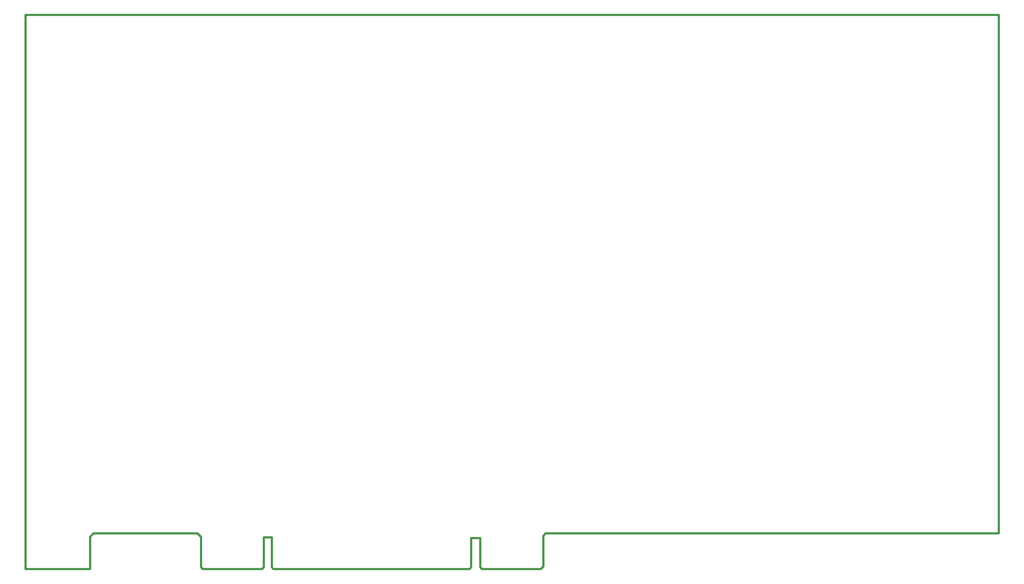
<source format=gm1>
G04*
G04 #@! TF.GenerationSoftware,Altium Limited,Altium Designer,19.1.7 (138)*
G04*
G04 Layer_Color=16711935*
%FSLAX24Y24*%
%MOIN*%
G70*
G01*
G75*
%ADD14C,0.0100*%
%ADD95C,0.0200*%
D14*
X55740Y63240D02*
Y63250D01*
X55755D01*
X56050Y62930D02*
Y62980D01*
D95*
X117700Y110700D02*
X128900D01*
Y63250D02*
Y110700D01*
X55740Y63240D02*
X56050Y62930D01*
X81550Y60150D02*
X81700Y60000D01*
X62500Y60150D02*
X62650Y60000D01*
X56050Y60150D02*
X56200Y60000D01*
X87060D02*
X87300Y60240D01*
X80560Y60000D02*
X80710Y60150D01*
X61610Y60000D02*
X61760Y60150D01*
X45910Y62940D02*
X46220Y63250D01*
X87300Y63030D02*
X87520Y63250D01*
X45910Y60000D02*
Y62940D01*
X40000Y60000D02*
Y110700D01*
X56050Y60150D02*
Y62930D01*
X61760Y60150D02*
Y62880D01*
X62500Y60150D02*
Y62880D01*
X80710Y60150D02*
Y62830D01*
X81550Y60150D02*
Y62830D01*
X87300Y60240D02*
Y63030D01*
X87520Y63250D02*
X128900D01*
X81700Y60000D02*
X87060D01*
X62650D02*
X80560D01*
X56200D02*
X61610D01*
X46220Y63250D02*
X55740D01*
X40000Y60000D02*
X45910D01*
X40000Y110700D02*
X117700D01*
X61760Y62880D02*
X62500D01*
X80710Y62830D02*
X81550D01*
M02*

</source>
